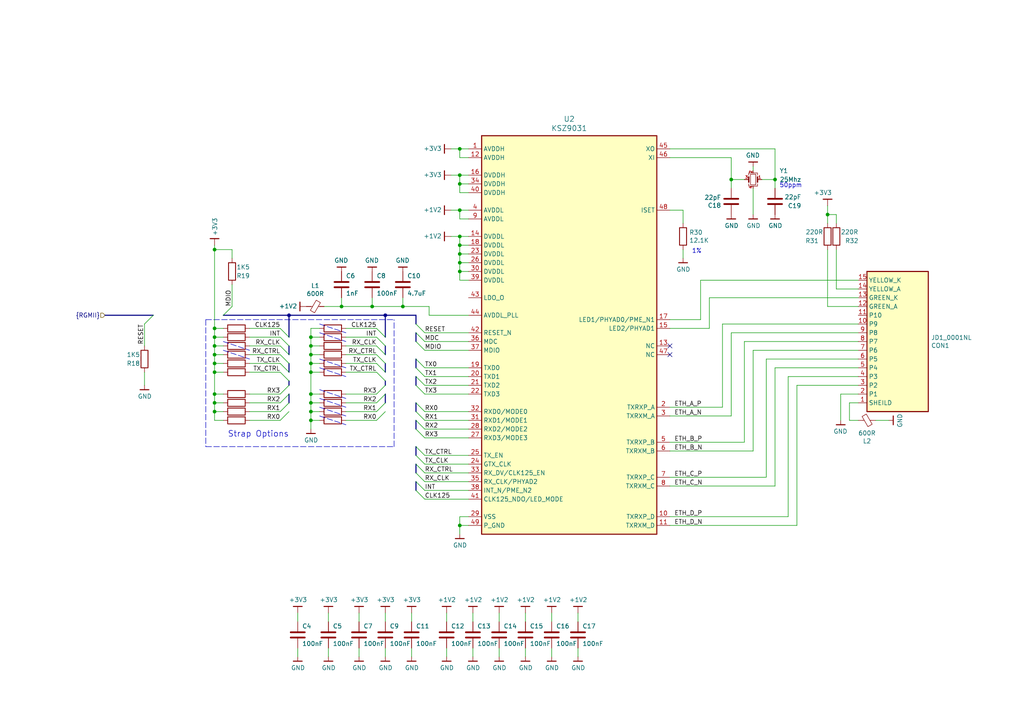
<source format=kicad_sch>
(kicad_sch (version 20200618) (host eeschema "5.99.0-unknown-73168a9~101~ubuntu18.04.1")
  (page 3 18)
  (paper "A4")
  (title_block (title "ButterStick") (date "2019-06-14") (rev "r0.2") (company "GsD"))
  (lib_symbols
    (symbol "Device:C" (pin_numbers hide) (pin_names (offset 0.254))
      (property "Reference" "C" (at 0.635 2.54 0))
      (property "Value" "C" (at 0.635 -2.54 0))
      (symbol "C_0_1"
        (polyline (pts (xy -2.032 -0.762) (xy 2.032 -0.762)) (stroke (width 0.508)))
        (polyline (pts (xy -2.032 0.762) (xy 2.032 0.762)) (stroke (width 0.508)))
      )
      (symbol "C_1_1"
        (pin passive line (at 0 3.81 270) (length 2.794) (name "~") (number "1"))
        (pin passive line (at 0 -3.81 90) (length 2.794) (name "~") (number "2"))
      )
    )
    (symbol "Device:Crystal_GND24_Small" (pin_names hide)
      (property "Reference" "Y" (at 1.27 4.445 0))
      (property "Value" "Crystal_GND24_Small" (at 1.27 2.54 0))
      (symbol "Crystal_GND24_Small_0_1"
        (rectangle (start -0.762 -1.524) (end 0.762 1.524))
        (polyline (pts (xy -1.27 -0.762) (xy -1.27 0.762)) (stroke (width 0.381)))
        (polyline (pts (xy 1.27 -0.762) (xy 1.27 0.762)) (stroke (width 0.381)))
        (polyline (pts (xy -1.27 -1.27) (xy -1.27 -1.905) (xy 1.27 -1.905) (xy 1.27 -1.27)))
        (polyline (pts (xy -1.27 1.27) (xy -1.27 1.905) (xy 1.27 1.905) (xy 1.27 1.27)))
      )
      (symbol "Crystal_GND24_Small_1_1"
        (pin passive line (at -2.54 0 0) (length 1.27) (name "1") (number "1"))
        (pin passive line (at 0 -2.54 90) (length 0.635) (name "2") (number "2"))
        (pin passive line (at 2.54 0 180) (length 1.27) (name "3") (number "3"))
        (pin passive line (at 0 2.54 270) (length 0.635) (name "4") (number "4"))
      )
    )
    (symbol "Device:Ferrite_Bead_Small" (pin_numbers hide) (pin_names (offset 0))
      (property "Reference" "FB" (at 1.905 1.27 0))
      (property "Value" "Ferrite_Bead_Small" (at 1.905 -1.27 0))
      (symbol "Ferrite_Bead_Small_0_1"
        (polyline (pts (xy 0 -1.27) (xy 0 -0.7874)))
        (polyline (pts (xy 0 0.889) (xy 0 1.2954)))
        (polyline (pts (xy -1.8288 0.2794) (xy -1.1176 1.4986) (xy 1.8288 -0.2032) (xy 1.1176 -1.4224) (xy -1.8288 0.2794)))
      )
      (symbol "Ferrite_Bead_Small_1_1"
        (pin passive line (at 0 2.54 270) (length 1.27) (name "~") (number "1"))
        (pin passive line (at 0 -2.54 90) (length 1.27) (name "~") (number "2"))
      )
    )
    (symbol "Device:R" (pin_numbers hide) (pin_names (offset 0))
      (property "Reference" "R" (at 2.032 0 90))
      (property "Value" "R" (at 0 0 90))
      (symbol "R_0_1"
        (rectangle (start -1.016 -2.54) (end 1.016 2.54) (stroke (width 0.254)))
      )
      (symbol "R_1_1"
        (pin passive line (at 0 3.81 270) (length 1.27) (name "~") (number "1"))
        (pin passive line (at 0 -3.81 90) (length 1.27) (name "~") (number "2"))
      )
    )
    (symbol "gkl_microchip:KSZ9031"
      (property "Reference" "U" (at 0 54.61 0))
      (property "Value" "KSZ9031" (at 0 50.8 0))
      (symbol "KSZ9031_0_1"
        (rectangle (start -25.4 48.26) (end 25.4 -67.31) (stroke (width 0.3302)) (fill (type background)))
      )
      (symbol "KSZ9031_1_1"
        (pin input line (at -29.21 44.45 0) (length 3.81) (name "AVDDH") (number "1"))
        (pin input line (at 29.21 -62.23 180) (length 3.81) (name "TXRXP_D") (number "10"))
        (pin input line (at 29.21 -64.77 180) (length 3.81) (name "TXRXM_D") (number "11"))
        (pin input line (at -29.21 41.91 0) (length 3.81) (name "AVDDH") (number "12"))
        (pin input line (at 29.21 -12.7 180) (length 3.81) (name "NC") (number "13"))
        (pin input line (at -29.21 19.05 0) (length 3.81) (name "DVDDL") (number "14"))
        (pin input line (at 29.21 -7.62 180) (length 3.81) (name "LED2/PHYAD1") (number "15"))
        (pin input line (at -29.21 36.83 0) (length 3.81) (name "DVDDH") (number "16"))
        (pin input line (at 29.21 -5.08 180) (length 3.81) (name "LED1/PHYAD0/PME_N1") (number "17"))
        (pin input line (at -29.21 16.51 0) (length 3.81) (name "DVDDL") (number "18"))
        (pin input line (at -29.21 -19.05 0) (length 3.81) (name "TXD0") (number "19"))
        (pin input line (at 29.21 -30.48 180) (length 3.81) (name "TXRXP_A") (number "2"))
        (pin input line (at -29.21 -21.59 0) (length 3.81) (name "TXD1") (number "20"))
        (pin input line (at -29.21 -24.13 0) (length 3.81) (name "TXD2") (number "21"))
        (pin input line (at -29.21 -26.67 0) (length 3.81) (name "TXD3") (number "22"))
        (pin input line (at -29.21 13.97 0) (length 3.81) (name "DVDDL") (number "23"))
        (pin input line (at -29.21 -46.99 0) (length 3.81) (name "GTX_CLK") (number "24"))
        (pin input line (at -29.21 -44.45 0) (length 3.81) (name "TX_EN") (number "25"))
        (pin input line (at -29.21 11.43 0) (length 3.81) (name "DVDDL") (number "26"))
        (pin input line (at -29.21 -39.37 0) (length 3.81) (name "RXD3/MODE3") (number "27"))
        (pin input line (at -29.21 -36.83 0) (length 3.81) (name "RXD2/MODE2") (number "28"))
        (pin input line (at -29.21 -62.23 0) (length 3.81) (name "VSS") (number "29"))
        (pin input line (at 29.21 -33.02 180) (length 3.81) (name "TXRXM_A") (number "3"))
        (pin input line (at -29.21 8.89 0) (length 3.81) (name "DVDDL") (number "30"))
        (pin input line (at -29.21 -34.29 0) (length 3.81) (name "RXD1/MODE1") (number "31"))
        (pin input line (at -29.21 -31.75 0) (length 3.81) (name "RXD0/MODE0") (number "32"))
        (pin input line (at -29.21 -49.53 0) (length 3.81) (name "RX_DV/CLK125_EN") (number "33"))
        (pin input line (at -29.21 34.29 0) (length 3.81) (name "DVDDH") (number "34"))
        (pin input line (at -29.21 -52.07 0) (length 3.81) (name "RX_CLK/PHYAD2") (number "35"))
        (pin input line (at -29.21 -11.43 0) (length 3.81) (name "MDC") (number "36"))
        (pin input line (at -29.21 -13.97 0) (length 3.81) (name "MDIO") (number "37"))
        (pin input line (at -29.21 -54.61 0) (length 3.81) (name "INT_N/PME_N2") (number "38"))
        (pin input line (at -29.21 6.35 0) (length 3.81) (name "DVDDL") (number "39"))
        (pin input line (at -29.21 26.67 0) (length 3.81) (name "AVDDL~") (number "4"))
        (pin input line (at -29.21 31.75 0) (length 3.81) (name "DVDDH") (number "40"))
        (pin input line (at -29.21 -57.15 0) (length 3.81) (name "CLK125_NDO/LED_MODE") (number "41"))
        (pin input line (at -29.21 -8.89 0) (length 3.81) (name "RESET_N") (number "42"))
        (pin input line (at -29.21 1.27 0) (length 3.81) (name "LDO_O") (number "43"))
        (pin input line (at -29.21 -3.81 0) (length 3.81) (name "AVDDL_PLL") (number "44"))
        (pin input line (at 29.21 44.45 180) (length 3.81) (name "XO") (number "45"))
        (pin input line (at 29.21 41.91 180) (length 3.81) (name "XI") (number "46"))
        (pin input line (at 29.21 -15.24 180) (length 3.81) (name "NC") (number "47"))
        (pin input line (at 29.21 26.67 180) (length 3.81) (name "ISET") (number "48"))
        (pin input line (at -29.21 -64.77 0) (length 3.81) (name "P_GND") (number "49"))
        (pin input line (at 29.21 -40.64 180) (length 3.81) (name "TXRXP_B") (number "5"))
        (pin input line (at 29.21 -43.18 180) (length 3.81) (name "TXRXM_B") (number "6"))
        (pin input line (at 29.21 -50.8 180) (length 3.81) (name "TXRXP_C") (number "7"))
        (pin input line (at 29.21 -53.34 180) (length 3.81) (name "TXRXM_C") (number "8"))
        (pin input line (at -29.21 24.13 0) (length 3.81) (name "AVDDL~") (number "9"))
      )
    )
    (symbol "gkl_misc:JD1_0001NL"
      (property "Reference" "U" (at 0 20.32 0))
      (property "Value" "JD1_0001NL" (at 0 20.32 0))
      (symbol "JD1_0001NL_0_1"
        (rectangle (start -7.62 19.05) (end 10.16 -21.59) (stroke (width 0.3302)) (fill (type background)))
      )
      (symbol "JD1_0001NL_1_1"
        (pin input line (at -10.16 16.51 0) (length 2.54) (name "SHEILD") (number "1"))
        (pin input line (at -10.16 -6.35 0) (length 2.54) (name "P9") (number "10"))
        (pin input line (at -10.16 -8.89 0) (length 2.54) (name "P10") (number "11"))
        (pin input line (at -10.16 -11.43 0) (length 2.54) (name "GREEN_A") (number "12"))
        (pin input line (at -10.16 -13.97 0) (length 2.54) (name "GREEN_K") (number "13"))
        (pin input line (at -10.16 -16.51 0) (length 2.54) (name "YELLOW_A") (number "14"))
        (pin input line (at -10.16 -19.05 0) (length 2.54) (name "YELLOW_K") (number "15"))
        (pin input line (at -10.16 13.97 0) (length 2.54) (name "P1") (number "2"))
        (pin input line (at -10.16 11.43 0) (length 2.54) (name "P2") (number "3"))
        (pin input line (at -10.16 8.89 0) (length 2.54) (name "P3") (number "4"))
        (pin input line (at -10.16 6.35 0) (length 2.54) (name "P4") (number "5"))
        (pin input line (at -10.16 3.81 0) (length 2.54) (name "P5") (number "6"))
        (pin input line (at -10.16 1.27 0) (length 2.54) (name "P6") (number "7"))
        (pin input line (at -10.16 -1.27 0) (length 2.54) (name "P7") (number "8"))
        (pin input line (at -10.16 -3.81 0) (length 2.54) (name "P8") (number "9"))
      )
    )
    (symbol "gkl_power:+1V2" (power) (pin_names (offset 0))
      (property "Value" "+1V2" (at 0 3.556 0))
      (symbol "+1V2_0_1"
        (polyline (pts (xy -1.27 1.905) (xy 1.27 1.905)) (stroke (width 0.3048)))
        (polyline (pts (xy 0 0) (xy 0 1.905)))
      )
      (symbol "+1V2_1_1"
        (pin power_in line (at 0 0 90) (length 0) hide (name "+1V2") (number "1"))
      )
    )
    (symbol "gkl_power:+3V3" (power) (pin_names (offset 0))
      (property "Value" "+3V3" (at 0 3.556 0))
      (symbol "+3V3_0_1"
        (polyline (pts (xy -1.27 1.905) (xy 1.27 1.905)) (stroke (width 0.3048)))
        (polyline (pts (xy 0 0) (xy 0 1.905)))
      )
      (symbol "+3V3_1_1"
        (pin power_in line (at 0 0 90) (length 0) hide (name "+3V3") (number "1"))
      )
    )
    (symbol "gkl_power:GND" (power) (pin_names (offset 0))
      (property "Value" "GND" (at 0 -2.54 0))
      (symbol "GND_0_1"
        (polyline (pts (xy 0 -1.27) (xy 0 0)))
        (polyline (pts (xy 1.27 -1.27) (xy -1.27 -1.27)) (stroke (width 0.3048)))
      )
      (symbol "GND_1_1"
        (pin power_in line (at 0 0 270) (length 0) hide (name "GND") (number "1"))
      )
    )
  )
  (junction (at 62.23 72.39))
  (junction (at 62.23 95.25))
  (junction (at 62.23 97.79))
  (junction (at 62.23 100.33))
  (junction (at 62.23 102.87))
  (junction (at 62.23 105.41))
  (junction (at 62.23 107.95))
  (junction (at 62.23 114.3))
  (junction (at 62.23 116.84))
  (junction (at 62.23 119.38))
  (junction (at 90.17 97.79))
  (junction (at 90.17 100.33))
  (junction (at 90.17 102.87))
  (junction (at 90.17 105.41))
  (junction (at 90.17 107.95))
  (junction (at 90.17 114.3))
  (junction (at 90.17 116.84))
  (junction (at 90.17 119.38))
  (junction (at 90.17 121.92))
  (junction (at 99.06 88.9))
  (junction (at 107.95 88.9))
  (junction (at 116.84 88.9))
  (junction (at 133.35 43.18))
  (junction (at 133.35 50.8))
  (junction (at 133.35 53.34))
  (junction (at 133.35 60.96))
  (junction (at 133.35 68.58))
  (junction (at 133.35 71.12))
  (junction (at 133.35 73.66))
  (junction (at 133.35 76.2))
  (junction (at 133.35 78.74))
  (junction (at 133.35 152.4))
  (junction (at 212.09 52.07))
  (junction (at 224.79 52.07))
  (junction (at 240.03 62.23))
  (junction (at 83.82 91.44))
  (junction (at 111.76 91.44))
  (no_connect (at 194.31 100.33))
  (no_connect (at 194.31 102.87))
  (bus_entry (at 41.91 93.98) (size 2.54 -2.54) (stroke (width 0.1524)))
  (bus_entry (at 67.31 88.9) (size -2.54 2.54) (stroke (width 0.1524)))
  (bus_entry (at 81.28 95.25) (size 2.54 2.54) (stroke (width 0.1524)))
  (bus_entry (at 81.28 97.79) (size 2.54 2.54) (stroke (width 0.1524)))
  (bus_entry (at 81.28 100.33) (size 2.54 2.54) (stroke (width 0.1524)))
  (bus_entry (at 81.28 102.87) (size 2.54 2.54) (stroke (width 0.1524)))
  (bus_entry (at 81.28 105.41) (size 2.54 2.54) (stroke (width 0.1524)))
  (bus_entry (at 81.28 107.95) (size 2.54 2.54) (stroke (width 0.1524)))
  (bus_entry (at 83.82 111.76) (size -2.54 2.54) (stroke (width 0.1524)))
  (bus_entry (at 83.82 114.3) (size -2.54 2.54) (stroke (width 0.1524)))
  (bus_entry (at 83.82 116.84) (size -2.54 2.54) (stroke (width 0.1524)))
  (bus_entry (at 83.82 119.38) (size -2.54 2.54) (stroke (width 0.1524)))
  (bus_entry (at 109.22 95.25) (size 2.54 2.54) (stroke (width 0.1524)))
  (bus_entry (at 109.22 97.79) (size 2.54 2.54) (stroke (width 0.1524)))
  (bus_entry (at 109.22 100.33) (size 2.54 2.54) (stroke (width 0.1524)))
  (bus_entry (at 109.22 102.87) (size 2.54 2.54) (stroke (width 0.1524)))
  (bus_entry (at 109.22 105.41) (size 2.54 2.54) (stroke (width 0.1524)))
  (bus_entry (at 109.22 107.95) (size 2.54 2.54) (stroke (width 0.1524)))
  (bus_entry (at 111.76 111.76) (size -2.54 2.54) (stroke (width 0.1524)))
  (bus_entry (at 111.76 114.3) (size -2.54 2.54) (stroke (width 0.1524)))
  (bus_entry (at 111.76 116.84) (size -2.54 2.54) (stroke (width 0.1524)))
  (bus_entry (at 111.76 119.38) (size -2.54 2.54) (stroke (width 0.1524)))
  (bus_entry (at 123.19 96.52) (size -2.54 -2.54) (stroke (width 0.1524)))
  (bus_entry (at 123.19 99.06) (size -2.54 -2.54) (stroke (width 0.1524)))
  (bus_entry (at 123.19 101.6) (size -2.54 -2.54) (stroke (width 0.1524)))
  (bus_entry (at 123.19 106.68) (size -2.54 -2.54) (stroke (width 0.1524)))
  (bus_entry (at 123.19 109.22) (size -2.54 -2.54) (stroke (width 0.1524)))
  (bus_entry (at 123.19 111.76) (size -2.54 -2.54) (stroke (width 0.1524)))
  (bus_entry (at 123.19 114.3) (size -2.54 -2.54) (stroke (width 0.1524)))
  (bus_entry (at 123.19 119.38) (size -2.54 -2.54) (stroke (width 0.1524)))
  (bus_entry (at 123.19 121.92) (size -2.54 -2.54) (stroke (width 0.1524)))
  (bus_entry (at 123.19 124.46) (size -2.54 -2.54) (stroke (width 0.1524)))
  (bus_entry (at 123.19 127) (size -2.54 -2.54) (stroke (width 0.1524)))
  (bus_entry (at 123.19 132.08) (size -2.54 -2.54) (stroke (width 0.1524)))
  (bus_entry (at 123.19 134.62) (size -2.54 -2.54) (stroke (width 0.1524)))
  (bus_entry (at 123.19 137.16) (size -2.54 -2.54) (stroke (width 0.1524)))
  (bus_entry (at 123.19 139.7) (size -2.54 -2.54) (stroke (width 0.1524)))
  (bus_entry (at 123.19 142.24) (size -2.54 -2.54) (stroke (width 0.1524)))
  (bus_entry (at 123.19 144.78) (size -2.54 -2.54) (stroke (width 0.1524)))
  (wire (pts (xy 41.91 93.98) (xy 41.91 100.33)))
  (wire (pts (xy 41.91 107.95) (xy 41.91 111.76)))
  (wire (pts (xy 62.23 71.12) (xy 62.23 72.39)))
  (wire (pts (xy 62.23 72.39) (xy 62.23 95.25)))
  (wire (pts (xy 62.23 72.39) (xy 67.31 72.39)))
  (wire (pts (xy 62.23 95.25) (xy 62.23 97.79)))
  (wire (pts (xy 62.23 95.25) (xy 64.77 95.25)))
  (wire (pts (xy 62.23 97.79) (xy 62.23 100.33)))
  (wire (pts (xy 62.23 97.79) (xy 64.77 97.79)))
  (wire (pts (xy 62.23 100.33) (xy 62.23 102.87)))
  (wire (pts (xy 62.23 100.33) (xy 64.77 100.33)))
  (wire (pts (xy 62.23 102.87) (xy 62.23 105.41)))
  (wire (pts (xy 62.23 102.87) (xy 64.77 102.87)))
  (wire (pts (xy 62.23 105.41) (xy 62.23 107.95)))
  (wire (pts (xy 62.23 105.41) (xy 64.77 105.41)))
  (wire (pts (xy 62.23 107.95) (xy 62.23 114.3)))
  (wire (pts (xy 62.23 107.95) (xy 64.77 107.95)))
  (wire (pts (xy 62.23 114.3) (xy 62.23 116.84)))
  (wire (pts (xy 62.23 114.3) (xy 64.77 114.3)))
  (wire (pts (xy 62.23 116.84) (xy 62.23 119.38)))
  (wire (pts (xy 62.23 116.84) (xy 64.77 116.84)))
  (wire (pts (xy 62.23 119.38) (xy 62.23 121.92)))
  (wire (pts (xy 62.23 119.38) (xy 64.77 119.38)))
  (wire (pts (xy 64.77 121.92) (xy 62.23 121.92)))
  (wire (pts (xy 67.31 72.39) (xy 67.31 74.93)))
  (wire (pts (xy 67.31 88.9) (xy 67.31 82.55)))
  (wire (pts (xy 81.28 95.25) (xy 72.39 95.25)))
  (wire (pts (xy 81.28 97.79) (xy 72.39 97.79)))
  (wire (pts (xy 81.28 100.33) (xy 72.39 100.33)))
  (wire (pts (xy 81.28 102.87) (xy 72.39 102.87)))
  (wire (pts (xy 81.28 105.41) (xy 72.39 105.41)))
  (wire (pts (xy 81.28 107.95) (xy 72.39 107.95)))
  (wire (pts (xy 81.28 114.3) (xy 72.39 114.3)))
  (wire (pts (xy 81.28 116.84) (xy 72.39 116.84)))
  (wire (pts (xy 81.28 119.38) (xy 72.39 119.38)))
  (wire (pts (xy 81.28 121.92) (xy 72.39 121.92)))
  (wire (pts (xy 86.36 177.8) (xy 86.36 180.34)))
  (wire (pts (xy 86.36 190.5) (xy 86.36 187.96)))
  (wire (pts (xy 90.17 95.25) (xy 90.17 97.79)))
  (wire (pts (xy 90.17 95.25) (xy 92.71 95.25)))
  (wire (pts (xy 90.17 97.79) (xy 90.17 100.33)))
  (wire (pts (xy 90.17 97.79) (xy 92.71 97.79)))
  (wire (pts (xy 90.17 100.33) (xy 90.17 102.87)))
  (wire (pts (xy 90.17 100.33) (xy 92.71 100.33)))
  (wire (pts (xy 90.17 102.87) (xy 90.17 105.41)))
  (wire (pts (xy 90.17 102.87) (xy 92.71 102.87)))
  (wire (pts (xy 90.17 105.41) (xy 90.17 107.95)))
  (wire (pts (xy 90.17 105.41) (xy 92.71 105.41)))
  (wire (pts (xy 90.17 107.95) (xy 90.17 114.3)))
  (wire (pts (xy 90.17 107.95) (xy 92.71 107.95)))
  (wire (pts (xy 90.17 114.3) (xy 90.17 116.84)))
  (wire (pts (xy 90.17 114.3) (xy 92.71 114.3)))
  (wire (pts (xy 90.17 116.84) (xy 90.17 119.38)))
  (wire (pts (xy 90.17 116.84) (xy 92.71 116.84)))
  (wire (pts (xy 90.17 119.38) (xy 90.17 121.92)))
  (wire (pts (xy 90.17 119.38) (xy 92.71 119.38)))
  (wire (pts (xy 90.17 121.92) (xy 90.17 124.46)))
  (wire (pts (xy 92.71 121.92) (xy 90.17 121.92)))
  (wire (pts (xy 93.98 88.9) (xy 99.06 88.9)))
  (wire (pts (xy 95.25 177.8) (xy 95.25 180.34)))
  (wire (pts (xy 95.25 190.5) (xy 95.25 187.96)))
  (wire (pts (xy 99.06 86.36) (xy 99.06 88.9)))
  (wire (pts (xy 99.06 88.9) (xy 107.95 88.9)))
  (wire (pts (xy 104.14 177.8) (xy 104.14 180.34)))
  (wire (pts (xy 104.14 190.5) (xy 104.14 187.96)))
  (wire (pts (xy 107.95 86.36) (xy 107.95 88.9)))
  (wire (pts (xy 107.95 88.9) (xy 116.84 88.9)))
  (wire (pts (xy 109.22 95.25) (xy 100.33 95.25)))
  (wire (pts (xy 109.22 97.79) (xy 100.33 97.79)))
  (wire (pts (xy 109.22 100.33) (xy 100.33 100.33)))
  (wire (pts (xy 109.22 102.87) (xy 100.33 102.87)))
  (wire (pts (xy 109.22 105.41) (xy 100.33 105.41)))
  (wire (pts (xy 109.22 107.95) (xy 100.33 107.95)))
  (wire (pts (xy 109.22 114.3) (xy 100.33 114.3)))
  (wire (pts (xy 109.22 116.84) (xy 100.33 116.84)))
  (wire (pts (xy 109.22 119.38) (xy 100.33 119.38)))
  (wire (pts (xy 109.22 121.92) (xy 100.33 121.92)))
  (wire (pts (xy 111.76 177.8) (xy 111.76 180.34)))
  (wire (pts (xy 111.76 190.5) (xy 111.76 187.96)))
  (wire (pts (xy 116.84 88.9) (xy 116.84 86.36)))
  (wire (pts (xy 116.84 88.9) (xy 124.46 88.9)))
  (wire (pts (xy 119.38 177.8) (xy 119.38 180.34)))
  (wire (pts (xy 119.38 190.5) (xy 119.38 187.96)))
  (wire (pts (xy 123.19 96.52) (xy 135.89 96.52)))
  (wire (pts (xy 123.19 99.06) (xy 135.89 99.06)))
  (wire (pts (xy 123.19 101.6) (xy 135.89 101.6)))
  (wire (pts (xy 123.19 106.68) (xy 135.89 106.68)))
  (wire (pts (xy 123.19 109.22) (xy 135.89 109.22)))
  (wire (pts (xy 123.19 111.76) (xy 135.89 111.76)))
  (wire (pts (xy 123.19 114.3) (xy 135.89 114.3)))
  (wire (pts (xy 123.19 119.38) (xy 135.89 119.38)))
  (wire (pts (xy 123.19 121.92) (xy 135.89 121.92)))
  (wire (pts (xy 123.19 124.46) (xy 135.89 124.46)))
  (wire (pts (xy 123.19 127) (xy 135.89 127)))
  (wire (pts (xy 123.19 132.08) (xy 135.89 132.08)))
  (wire (pts (xy 123.19 134.62) (xy 135.89 134.62)))
  (wire (pts (xy 123.19 137.16) (xy 135.89 137.16)))
  (wire (pts (xy 123.19 139.7) (xy 135.89 139.7)))
  (wire (pts (xy 123.19 142.24) (xy 135.89 142.24)))
  (wire (pts (xy 123.19 144.78) (xy 135.89 144.78)))
  (wire (pts (xy 124.46 88.9) (xy 124.46 91.44)))
  (wire (pts (xy 124.46 91.44) (xy 135.89 91.44)))
  (wire (pts (xy 129.54 177.8) (xy 129.54 180.34)))
  (wire (pts (xy 129.54 190.5) (xy 129.54 187.96)))
  (wire (pts (xy 133.35 43.18) (xy 130.81 43.18)))
  (wire (pts (xy 133.35 45.72) (xy 133.35 43.18)))
  (wire (pts (xy 133.35 50.8) (xy 130.81 50.8)))
  (wire (pts (xy 133.35 53.34) (xy 133.35 50.8)))
  (wire (pts (xy 133.35 55.88) (xy 133.35 53.34)))
  (wire (pts (xy 133.35 60.96) (xy 130.81 60.96)))
  (wire (pts (xy 133.35 63.5) (xy 133.35 60.96)))
  (wire (pts (xy 133.35 68.58) (xy 130.81 68.58)))
  (wire (pts (xy 133.35 71.12) (xy 133.35 68.58)))
  (wire (pts (xy 133.35 73.66) (xy 133.35 71.12)))
  (wire (pts (xy 133.35 76.2) (xy 133.35 73.66)))
  (wire (pts (xy 133.35 78.74) (xy 133.35 76.2)))
  (wire (pts (xy 133.35 81.28) (xy 133.35 78.74)))
  (wire (pts (xy 133.35 149.86) (xy 135.89 149.86)))
  (wire (pts (xy 133.35 152.4) (xy 133.35 149.86)))
  (wire (pts (xy 133.35 154.94) (xy 133.35 152.4)))
  (wire (pts (xy 135.89 43.18) (xy 133.35 43.18)))
  (wire (pts (xy 135.89 45.72) (xy 133.35 45.72)))
  (wire (pts (xy 135.89 50.8) (xy 133.35 50.8)))
  (wire (pts (xy 135.89 53.34) (xy 133.35 53.34)))
  (wire (pts (xy 135.89 55.88) (xy 133.35 55.88)))
  (wire (pts (xy 135.89 60.96) (xy 133.35 60.96)))
  (wire (pts (xy 135.89 63.5) (xy 133.35 63.5)))
  (wire (pts (xy 135.89 68.58) (xy 133.35 68.58)))
  (wire (pts (xy 135.89 71.12) (xy 133.35 71.12)))
  (wire (pts (xy 135.89 73.66) (xy 133.35 73.66)))
  (wire (pts (xy 135.89 76.2) (xy 133.35 76.2)))
  (wire (pts (xy 135.89 78.74) (xy 133.35 78.74)))
  (wire (pts (xy 135.89 81.28) (xy 133.35 81.28)))
  (wire (pts (xy 135.89 152.4) (xy 133.35 152.4)))
  (wire (pts (xy 137.16 177.8) (xy 137.16 180.34)))
  (wire (pts (xy 137.16 190.5) (xy 137.16 187.96)))
  (wire (pts (xy 144.78 177.8) (xy 144.78 180.34)))
  (wire (pts (xy 144.78 190.5) (xy 144.78 187.96)))
  (wire (pts (xy 152.4 177.8) (xy 152.4 180.34)))
  (wire (pts (xy 152.4 190.5) (xy 152.4 187.96)))
  (wire (pts (xy 160.02 177.8) (xy 160.02 180.34)))
  (wire (pts (xy 160.02 190.5) (xy 160.02 187.96)))
  (wire (pts (xy 167.64 177.8) (xy 167.64 180.34)))
  (wire (pts (xy 167.64 190.5) (xy 167.64 187.96)))
  (wire (pts (xy 194.31 43.18) (xy 224.79 43.18)))
  (wire (pts (xy 194.31 45.72) (xy 212.09 45.72)))
  (wire (pts (xy 194.31 60.96) (xy 198.12 60.96)))
  (wire (pts (xy 194.31 92.71) (xy 203.2 92.71)))
  (wire (pts (xy 194.31 118.11) (xy 209.55 118.11)))
  (wire (pts (xy 194.31 120.65) (xy 212.09 120.65)))
  (wire (pts (xy 194.31 128.27) (xy 215.9 128.27)))
  (wire (pts (xy 194.31 130.81) (xy 218.44 130.81)))
  (wire (pts (xy 194.31 138.43) (xy 222.25 138.43)))
  (wire (pts (xy 194.31 140.97) (xy 224.79 140.97)))
  (wire (pts (xy 194.31 149.86) (xy 228.6 149.86)))
  (wire (pts (xy 194.31 152.4) (xy 231.14 152.4)))
  (wire (pts (xy 198.12 60.96) (xy 198.12 64.77)))
  (wire (pts (xy 198.12 72.39) (xy 198.12 74.93)))
  (wire (pts (xy 203.2 81.28) (xy 248.92 81.28)))
  (wire (pts (xy 203.2 92.71) (xy 203.2 81.28)))
  (wire (pts (xy 205.74 86.36) (xy 205.74 95.25)))
  (wire (pts (xy 205.74 95.25) (xy 194.31 95.25)))
  (wire (pts (xy 209.55 93.98) (xy 248.92 93.98)))
  (wire (pts (xy 209.55 118.11) (xy 209.55 93.98)))
  (wire (pts (xy 212.09 45.72) (xy 212.09 52.07)))
  (wire (pts (xy 212.09 52.07) (xy 212.09 54.61)))
  (wire (pts (xy 212.09 96.52) (xy 212.09 120.65)))
  (wire (pts (xy 215.9 52.07) (xy 212.09 52.07)))
  (wire (pts (xy 215.9 99.06) (xy 248.92 99.06)))
  (wire (pts (xy 215.9 128.27) (xy 215.9 99.06)))
  (wire (pts (xy 218.44 49.53) (xy 218.44 48.26)))
  (wire (pts (xy 218.44 62.23) (xy 218.44 54.61)))
  (wire (pts (xy 218.44 101.6) (xy 218.44 130.81)))
  (wire (pts (xy 220.98 52.07) (xy 224.79 52.07)))
  (wire (pts (xy 222.25 104.14) (xy 248.92 104.14)))
  (wire (pts (xy 222.25 138.43) (xy 222.25 104.14)))
  (wire (pts (xy 224.79 43.18) (xy 224.79 52.07)))
  (wire (pts (xy 224.79 54.61) (xy 224.79 52.07)))
  (wire (pts (xy 224.79 106.68) (xy 224.79 140.97)))
  (wire (pts (xy 228.6 109.22) (xy 228.6 149.86)))
  (wire (pts (xy 228.6 109.22) (xy 248.92 109.22)))
  (wire (pts (xy 231.14 111.76) (xy 248.92 111.76)))
  (wire (pts (xy 231.14 152.4) (xy 231.14 111.76)))
  (wire (pts (xy 240.03 62.23) (xy 240.03 59.69)))
  (wire (pts (xy 240.03 62.23) (xy 240.03 64.77)))
  (wire (pts (xy 240.03 88.9) (xy 240.03 72.39)))
  (wire (pts (xy 242.57 62.23) (xy 240.03 62.23)))
  (wire (pts (xy 242.57 64.77) (xy 242.57 62.23)))
  (wire (pts (xy 242.57 83.82) (xy 242.57 72.39)))
  (wire (pts (xy 243.84 114.3) (xy 243.84 121.92)))
  (wire (pts (xy 246.38 116.84) (xy 246.38 121.92)))
  (wire (pts (xy 246.38 116.84) (xy 248.92 116.84)))
  (wire (pts (xy 246.38 121.92) (xy 248.92 121.92)))
  (wire (pts (xy 248.92 83.82) (xy 242.57 83.82)))
  (wire (pts (xy 248.92 86.36) (xy 205.74 86.36)))
  (wire (pts (xy 248.92 88.9) (xy 240.03 88.9)))
  (wire (pts (xy 248.92 96.52) (xy 212.09 96.52)))
  (wire (pts (xy 248.92 101.6) (xy 218.44 101.6)))
  (wire (pts (xy 248.92 106.68) (xy 224.79 106.68)))
  (wire (pts (xy 248.92 114.3) (xy 243.84 114.3)))
  (wire (pts (xy 254 121.92) (xy 257.81 121.92)))
  (bus (pts (xy 30.48 91.44) (xy 64.77 91.44)))
  (bus (pts (xy 64.77 91.44) (xy 83.82 91.44)))
  (bus (pts (xy 83.82 91.44) (xy 83.82 100.33)))
  (bus (pts (xy 83.82 91.44) (xy 111.76 91.44)))
  (bus (pts (xy 83.82 100.33) (xy 83.82 105.41)))
  (bus (pts (xy 83.82 105.41) (xy 83.82 110.49)))
  (bus (pts (xy 83.82 110.49) (xy 83.82 114.3)))
  (bus (pts (xy 83.82 114.3) (xy 83.82 119.38)))
  (bus (pts (xy 111.76 91.44) (xy 111.76 100.33)))
  (bus (pts (xy 111.76 91.44) (xy 120.65 91.44)))
  (bus (pts (xy 111.76 100.33) (xy 111.76 105.41)))
  (bus (pts (xy 111.76 105.41) (xy 111.76 110.49)))
  (bus (pts (xy 111.76 110.49) (xy 111.76 114.3)))
  (bus (pts (xy 111.76 114.3) (xy 111.76 119.38)))
  (bus (pts (xy 120.65 91.44) (xy 120.65 96.52)))
  (bus (pts (xy 120.65 96.52) (xy 120.65 104.14)))
  (bus (pts (xy 120.65 104.14) (xy 120.65 109.22)))
  (bus (pts (xy 120.65 109.22) (xy 120.65 116.84)))
  (bus (pts (xy 120.65 116.84) (xy 120.65 121.92)))
  (bus (pts (xy 120.65 121.92) (xy 120.65 129.54)))
  (bus (pts (xy 120.65 129.54) (xy 120.65 134.62)))
  (bus (pts (xy 120.65 134.62) (xy 120.65 139.7)))
  (bus (pts (xy 120.65 139.7) (xy 120.65 142.24)))
  (polyline (pts (xy 59.69 92.71) (xy 59.69 129.54)) (stroke (width 0) (type dash)))
  (polyline (pts (xy 59.69 92.71) (xy 114.3 92.71)) (stroke (width 0) (type dash)))
  (polyline (pts (xy 59.69 129.54) (xy 114.3 129.54)) (stroke (width 0) (type dash)))
  (polyline (pts (xy 64.77 99.06) (xy 72.39 101.6)) (stroke (width 0) (type dash)))
  (polyline (pts (xy 64.77 101.6) (xy 72.39 104.14)) (stroke (width 0) (type dash)))
  (polyline (pts (xy 92.71 93.98) (xy 100.33 96.52)) (stroke (width 0) (type dash)))
  (polyline (pts (xy 92.71 96.52) (xy 100.33 99.06)) (stroke (width 0) (type dash)))
  (polyline (pts (xy 92.71 104.14) (xy 100.33 106.68)) (stroke (width 0) (type dash)))
  (polyline (pts (xy 92.71 106.68) (xy 100.33 109.22)) (stroke (width 0) (type dash)))
  (polyline (pts (xy 92.71 113.03) (xy 100.33 115.57)) (stroke (width 0) (type dash)))
  (polyline (pts (xy 92.71 115.57) (xy 100.33 118.11)) (stroke (width 0) (type dash)))
  (polyline (pts (xy 92.71 118.11) (xy 100.33 120.65)) (stroke (width 0) (type dash)))
  (polyline (pts (xy 92.71 120.65) (xy 100.33 123.19)) (stroke (width 0) (type dash)))
  (polyline (pts (xy 114.3 129.54) (xy 114.3 92.71)) (stroke (width 0) (type dash)))
  (text "Strap Options" (at 83.82 127 180) (effects (font (size 1.7018 1.7018)) (justify right bottom)))
  (text "1%" (at 200.66 73.66 0) (effects (font (size 1.27 1.27)) (justify left bottom)))
  (text "50ppm\n" (at 226.06 54.61 0) (effects (font (size 1.27 1.27)) (justify left bottom)))
  (label "RESET" (at 41.91 93.98 270))
  (label "MDIO" (at 67.31 88.9 90))
  (label "CLK125" (at 81.28 95.25 180))
  (label "INT" (at 81.28 97.79 180))
  (label "RX_CLK" (at 81.28 100.33 180))
  (label "RX_CTRL" (at 81.28 102.87 180))
  (label "TX_CLK" (at 81.28 105.41 180))
  (label "TX_CTRL" (at 81.28 107.95 180))
  (label "RX3" (at 81.28 114.3 180))
  (label "RX2" (at 81.28 116.84 180))
  (label "RX1" (at 81.28 119.38 180))
  (label "RX0" (at 81.28 121.92 180))
  (label "CLK125" (at 109.22 95.25 180))
  (label "INT" (at 109.22 97.79 180))
  (label "RX_CLK" (at 109.22 100.33 180))
  (label "RX_CTRL" (at 109.22 102.87 180))
  (label "TX_CLK" (at 109.22 105.41 180))
  (label "TX_CTRL" (at 109.22 107.95 180))
  (label "RX3" (at 109.22 114.3 180))
  (label "RX2" (at 109.22 116.84 180))
  (label "RX1" (at 109.22 119.38 180))
  (label "RX0" (at 109.22 121.92 180))
  (label "RESET" (at 123.19 96.52 0))
  (label "MDC" (at 123.19 99.06 0))
  (label "MDIO" (at 123.19 101.6 0))
  (label "TX0" (at 123.19 106.68 0))
  (label "TX1" (at 123.19 109.22 0))
  (label "TX2" (at 123.19 111.76 0))
  (label "TX3" (at 123.19 114.3 0))
  (label "RX0" (at 123.19 119.38 0))
  (label "RX1" (at 123.19 121.92 0))
  (label "RX2" (at 123.19 124.46 0))
  (label "RX3" (at 123.19 127 0))
  (label "TX_CTRL" (at 123.19 132.08 0))
  (label "TX_CLK" (at 123.19 134.62 0))
  (label "RX_CTRL" (at 123.19 137.16 0))
  (label "RX_CLK" (at 123.19 139.7 0))
  (label "INT" (at 123.19 142.24 0))
  (label "CLK125" (at 123.19 144.78 0))
  (label "ETH_A_P" (at 195.58 118.11 0))
  (label "ETH_A_N" (at 195.58 120.65 0))
  (label "ETH_B_P" (at 195.58 128.27 0))
  (label "ETH_B_N" (at 195.58 130.81 0))
  (label "ETH_C_P" (at 195.58 138.43 0))
  (label "ETH_C_N" (at 195.58 140.97 0))
  (label "ETH_D_P" (at 195.58 149.86 0))
  (label "ETH_D_N" (at 195.58 152.4 0))
  (hierarchical_label "{RGMII}" (shape input) (at 30.48 91.44 180))
  (symbol (lib_id "gkl_power:GND") (at 41.91 111.76 0) (unit 1)
    (property "Reference" "#PWR0133" (effects hide))
    (property "Value" "GND" (at 41.9862 114.9604 0))
  )
  (symbol (lib_id "gkl_power:GND") (at 86.36 190.5 0) (unit 1)
    (property "Reference" "#PWR016" (effects hide))
    (property "Value" "GND" (at 86.4362 193.7004 0))
  )
  (symbol (lib_id "gkl_power:GND") (at 90.17 124.46 0) (unit 1)
    (property "Reference" "#PWR018" (effects hide))
    (property "Value" "GND" (at 90.2462 127.6604 0))
  )
  (symbol (lib_id "gkl_power:GND") (at 95.25 190.5 0) (unit 1)
    (property "Reference" "#PWR020" (effects hide))
    (property "Value" "GND" (at 95.3262 193.7004 0))
  )
  (symbol (lib_id "gkl_power:GND") (at 99.06 78.74 180) (unit 1)
    (property "Reference" "#PWR021" (effects hide))
    (property "Value" "GND" (at 98.9838 75.5396 0))
  )
  (symbol (lib_id "gkl_power:GND") (at 104.14 190.5 0) (unit 1)
    (property "Reference" "#PWR023" (effects hide))
    (property "Value" "GND" (at 104.2162 193.7004 0))
  )
  (symbol (lib_id "gkl_power:GND") (at 107.95 78.74 180) (unit 1)
    (property "Reference" "#PWR024" (effects hide))
    (property "Value" "GND" (at 107.8738 75.5396 0))
  )
  (symbol (lib_id "gkl_power:GND") (at 111.76 190.5 0) (unit 1)
    (property "Reference" "#PWR026" (effects hide))
    (property "Value" "GND" (at 111.8362 193.7004 0))
  )
  (symbol (lib_id "gkl_power:GND") (at 116.84 78.74 180) (unit 1)
    (property "Reference" "#PWR027" (effects hide))
    (property "Value" "GND" (at 116.7638 75.5396 0))
  )
  (symbol (lib_id "gkl_power:GND") (at 119.38 190.5 0) (unit 1)
    (property "Reference" "#PWR029" (effects hide))
    (property "Value" "GND" (at 119.4562 193.7004 0))
  )
  (symbol (lib_id "gkl_power:GND") (at 129.54 190.5 0) (unit 1)
    (property "Reference" "#PWR031" (effects hide))
    (property "Value" "GND" (at 129.6162 193.7004 0))
  )
  (symbol (lib_id "gkl_power:GND") (at 133.35 154.94 0) (unit 1)
    (property "Reference" "#PWR036" (effects hide))
    (property "Value" "GND" (at 133.4262 158.1404 0))
  )
  (symbol (lib_id "gkl_power:GND") (at 137.16 190.5 0) (unit 1)
    (property "Reference" "#PWR038" (effects hide))
    (property "Value" "GND" (at 137.2362 193.7004 0))
  )
  (symbol (lib_id "gkl_power:GND") (at 144.78 190.5 0) (unit 1)
    (property "Reference" "#PWR040" (effects hide))
    (property "Value" "GND" (at 144.8562 193.7004 0))
  )
  (symbol (lib_id "gkl_power:GND") (at 152.4 190.5 0) (unit 1)
    (property "Reference" "#PWR042" (effects hide))
    (property "Value" "GND" (at 152.4762 193.7004 0))
  )
  (symbol (lib_id "gkl_power:GND") (at 160.02 190.5 0) (unit 1)
    (property "Reference" "#PWR044" (effects hide))
    (property "Value" "GND" (at 160.0962 193.7004 0))
  )
  (symbol (lib_id "gkl_power:GND") (at 167.64 190.5 0) (unit 1)
    (property "Reference" "#PWR046" (effects hide))
    (property "Value" "GND" (at 167.7162 193.7004 0))
  )
  (symbol (lib_id "gkl_power:GND") (at 198.12 74.93 0) (unit 1)
    (property "Reference" "#PWR047" (effects hide))
    (property "Value" "GND" (at 198.1962 78.1304 0))
  )
  (symbol (lib_id "gkl_power:GND") (at 212.09 62.23 0) (unit 1)
    (property "Reference" "#PWR048" (effects hide))
    (property "Value" "GND" (at 212.1916 65.4558 0))
  )
  (symbol (lib_id "gkl_power:GND") (at 218.44 48.26 180) (unit 1)
    (property "Reference" "#PWR049" (effects hide))
    (property "Value" "GND" (at 218.3638 45.0596 0))
  )
  (symbol (lib_id "gkl_power:GND") (at 218.44 62.23 0) (unit 1)
    (property "Reference" "#PWR050" (effects hide))
    (property "Value" "GND" (at 218.5416 65.4558 0))
  )
  (symbol (lib_id "gkl_power:GND") (at 224.79 62.23 0) (unit 1)
    (property "Reference" "#PWR051" (effects hide))
    (property "Value" "GND" (at 224.8916 65.4558 0))
  )
  (symbol (lib_id "gkl_power:GND") (at 243.84 121.92 0) (mirror y) (unit 1)
    (property "Reference" "#PWR053" (effects hide))
    (property "Value" "GND" (at 243.7638 125.1204 0))
  )
  (symbol (lib_id "gkl_power:GND") (at 257.81 121.92 90) (mirror x) (unit 1)
    (property "Reference" "#PWR054" (effects hide))
    (property "Value" "GND" (at 261.0104 121.9962 0))
  )
  (symbol (lib_id "gkl_power:+3V3") (at 62.23 71.12 0) (unit 1)
    (property "Reference" "#PWR014" (effects hide))
    (property "Value" "+3V3" (at 62.3316 68.4276 90) (effects (justify left)))
  )
  (symbol (lib_id "gkl_power:+3V3") (at 86.36 177.8 0) (unit 1)
    (property "Reference" "#PWR015" (effects hide))
    (property "Value" "+3V3" (at 86.4362 173.9646 0))
  )
  (symbol (lib_id "gkl_power:+1V2") (at 88.9 88.9 90) (unit 1)
    (property "Reference" "#PWR017" (effects hide))
    (property "Value" "+1V2" (at 86.2076 88.7984 90) (effects (justify left)))
  )
  (symbol (lib_id "gkl_power:+3V3") (at 95.25 177.8 0) (unit 1)
    (property "Reference" "#PWR019" (effects hide))
    (property "Value" "+3V3" (at 95.3262 173.9646 0))
  )
  (symbol (lib_id "gkl_power:+3V3") (at 104.14 177.8 0) (unit 1)
    (property "Reference" "#PWR022" (effects hide))
    (property "Value" "+3V3" (at 104.2162 173.9646 0))
  )
  (symbol (lib_id "gkl_power:+3V3") (at 111.76 177.8 0) (unit 1)
    (property "Reference" "#PWR025" (effects hide))
    (property "Value" "+3V3" (at 111.8362 173.9646 0))
  )
  (symbol (lib_id "gkl_power:+3V3") (at 119.38 177.8 0) (unit 1)
    (property "Reference" "#PWR028" (effects hide))
    (property "Value" "+3V3" (at 119.4562 173.9646 0))
  )
  (symbol (lib_id "gkl_power:+1V2") (at 129.54 177.8 0) (unit 1)
    (property "Reference" "#PWR030" (effects hide))
    (property "Value" "+1V2" (at 129.6162 173.9646 0))
  )
  (symbol (lib_id "gkl_power:+3V3") (at 130.81 43.18 90) (unit 1)
    (property "Reference" "#PWR032" (effects hide))
    (property "Value" "+3V3" (at 128.1176 43.0784 90) (effects (justify left)))
  )
  (symbol (lib_id "gkl_power:+3V3") (at 130.81 50.8 90) (unit 1)
    (property "Reference" "#PWR033" (effects hide))
    (property "Value" "+3V3" (at 128.1176 50.6984 90) (effects (justify left)))
  )
  (symbol (lib_id "gkl_power:+1V2") (at 130.81 60.96 90) (unit 1)
    (property "Reference" "#PWR034" (effects hide))
    (property "Value" "+1V2" (at 128.1176 60.8584 90) (effects (justify left)))
  )
  (symbol (lib_id "gkl_power:+1V2") (at 130.81 68.58 90) (unit 1)
    (property "Reference" "#PWR035" (effects hide))
    (property "Value" "+1V2" (at 128.1176 68.4784 90) (effects (justify left)))
  )
  (symbol (lib_id "gkl_power:+1V2") (at 137.16 177.8 0) (unit 1)
    (property "Reference" "#PWR037" (effects hide))
    (property "Value" "+1V2" (at 137.2362 173.9646 0))
  )
  (symbol (lib_id "gkl_power:+1V2") (at 144.78 177.8 0) (unit 1)
    (property "Reference" "#PWR039" (effects hide))
    (property "Value" "+1V2" (at 144.8562 173.9646 0))
  )
  (symbol (lib_id "gkl_power:+1V2") (at 152.4 177.8 0) (unit 1)
    (property "Reference" "#PWR041" (effects hide))
    (property "Value" "+1V2" (at 152.4762 173.9646 0))
  )
  (symbol (lib_id "gkl_power:+1V2") (at 160.02 177.8 0) (unit 1)
    (property "Reference" "#PWR043" (effects hide))
    (property "Value" "+1V2" (at 160.0962 173.9646 0))
  )
  (symbol (lib_id "gkl_power:+1V2") (at 167.64 177.8 0) (unit 1)
    (property "Reference" "#PWR045" (effects hide))
    (property "Value" "+1V2" (at 167.7162 173.9646 0))
  )
  (symbol (lib_id "gkl_power:+3V3") (at 240.03 59.69 0) (mirror y) (unit 1)
    (property "Reference" "#PWR052" (effects hide))
    (property "Value" "+3V3" (at 241.3 55.88 0) (effects (justify left)))
  )
  (symbol (lib_id "Device:R") (at 41.91 104.14 180) (unit 1)
    (property "Reference" "R18" (at 40.64 105.41 0) (effects (justify left)))
    (property "Value" "1K5" (at 40.64 102.87 0) (effects (justify left)))
    (property "Footprint" "Resistor_SMD:R_0402_1005Metric" (effects hide))
  )
  (symbol (lib_id "Device:R") (at 67.31 78.74 0) (mirror x) (unit 1)
    (property "Reference" "R19" (at 68.58 80.01 0) (effects (justify left)))
    (property "Value" "1K5" (at 68.58 77.47 0) (effects (justify left)))
    (property "Footprint" "Resistor_SMD:R_0402_1005Metric" (effects hide))
  )
  (symbol (lib_id "Device:R") (at 68.58 95.25 270) (unit 1)
    (property "Reference" "R8" (effects hide))
    (property "Value" "DNP" (effects hide))
    (property "Footprint" "Resistor_SMD:R_0402_1005Metric" (effects hide))
    (property "PN" "DNP" (effects hide))
  )
  (symbol (lib_id "Device:R") (at 68.58 97.79 270) (unit 1)
    (property "Reference" "R9" (effects hide))
    (property "Value" "DNP" (effects hide))
    (property "Footprint" "Resistor_SMD:R_0402_1005Metric" (effects hide))
    (property "PN" "DNP" (effects hide))
  )
  (symbol (lib_id "Device:R") (at 68.58 100.33 270) (unit 1)
    (property "Reference" "R10" (effects hide))
    (property "Value" "DNP" (effects hide))
    (property "Footprint" "Resistor_SMD:R_0402_1005Metric" (effects hide))
    (property "PN" "DNP" (effects hide))
  )
  (symbol (lib_id "Device:R") (at 68.58 102.87 270) (unit 1)
    (property "Reference" "R11" (effects hide))
    (property "Value" "DNP" (effects hide))
    (property "Footprint" "Resistor_SMD:R_0402_1005Metric" (effects hide))
    (property "PN" "DNP" (effects hide))
  )
  (symbol (lib_id "Device:R") (at 68.58 105.41 270) (unit 1)
    (property "Reference" "R12" (effects hide))
    (property "Value" "DNP" (effects hide))
    (property "Footprint" "Resistor_SMD:R_0402_1005Metric" (effects hide))
    (property "PN" "DNP" (effects hide))
  )
  (symbol (lib_id "Device:R") (at 68.58 107.95 270) (unit 1)
    (property "Reference" "R13" (effects hide))
    (property "Value" "DNP" (effects hide))
    (property "Footprint" "Resistor_SMD:R_0402_1005Metric" (effects hide))
    (property "PN" "DNP" (effects hide))
  )
  (symbol (lib_id "Device:R") (at 68.58 114.3 270) (unit 1)
    (property "Reference" "R14" (effects hide))
    (property "Value" "DNP" (effects hide))
    (property "Footprint" "Resistor_SMD:R_0402_1005Metric" (effects hide))
    (property "PN" "DNP" (effects hide))
  )
  (symbol (lib_id "Device:R") (at 68.58 116.84 270) (unit 1)
    (property "Reference" "R15" (effects hide))
    (property "Value" "DNP" (effects hide))
    (property "Footprint" "Resistor_SMD:R_0402_1005Metric" (effects hide))
    (property "PN" "DNP" (effects hide))
  )
  (symbol (lib_id "Device:R") (at 68.58 119.38 270) (unit 1)
    (property "Reference" "R16" (effects hide))
    (property "Value" "DNP" (effects hide))
    (property "Footprint" "Resistor_SMD:R_0402_1005Metric" (effects hide))
    (property "PN" "DNP" (effects hide))
  )
  (symbol (lib_id "Device:R") (at 68.58 121.92 270) (unit 1)
    (property "Reference" "R17" (effects hide))
    (property "Value" "DNP" (effects hide))
    (property "Footprint" "Resistor_SMD:R_0402_1005Metric" (effects hide))
    (property "PN" "DNP" (effects hide))
  )
  (symbol (lib_id "Device:R") (at 96.52 95.25 270) (unit 1)
    (property "Reference" "R20" (effects hide))
    (property "Value" "DNP" (effects hide))
    (property "Footprint" "Resistor_SMD:R_0402_1005Metric" (effects hide))
    (property "PN" "DNP" (effects hide))
  )
  (symbol (lib_id "Device:R") (at 96.52 97.79 270) (unit 1)
    (property "Reference" "R21" (effects hide))
    (property "Value" "DNP" (effects hide))
    (property "Footprint" "Resistor_SMD:R_0402_1005Metric" (effects hide))
    (property "PN" "DNP" (effects hide))
  )
  (symbol (lib_id "Device:R") (at 96.52 100.33 270) (unit 1)
    (property "Reference" "R22" (effects hide))
    (property "Value" "DNP" (effects hide))
    (property "Footprint" "Resistor_SMD:R_0402_1005Metric" (effects hide))
    (property "PN" "DNP" (effects hide))
  )
  (symbol (lib_id "Device:R") (at 96.52 102.87 270) (unit 1)
    (property "Reference" "R23" (effects hide))
    (property "Value" "DNP" (effects hide))
    (property "Footprint" "Resistor_SMD:R_0402_1005Metric" (effects hide))
    (property "PN" "DNP" (effects hide))
  )
  (symbol (lib_id "Device:R") (at 96.52 105.41 270) (unit 1)
    (property "Reference" "R24" (effects hide))
    (property "Value" "DNP" (effects hide))
    (property "Footprint" "Resistor_SMD:R_0402_1005Metric" (effects hide))
    (property "PN" "DNP" (effects hide))
  )
  (symbol (lib_id "Device:R") (at 96.52 107.95 270) (unit 1)
    (property "Reference" "R25" (effects hide))
    (property "Value" "DNP" (effects hide))
    (property "Footprint" "Resistor_SMD:R_0402_1005Metric" (effects hide))
    (property "PN" "DNP" (effects hide))
  )
  (symbol (lib_id "Device:R") (at 96.52 114.3 270) (unit 1)
    (property "Reference" "R26" (effects hide))
    (property "Value" "DNP" (effects hide))
    (property "Footprint" "Resistor_SMD:R_0402_1005Metric" (effects hide))
    (property "PN" "DNP" (effects hide))
  )
  (symbol (lib_id "Device:R") (at 96.52 116.84 270) (unit 1)
    (property "Reference" "R27" (effects hide))
    (property "Value" "DNP" (effects hide))
    (property "Footprint" "Resistor_SMD:R_0402_1005Metric" (effects hide))
    (property "PN" "DNP" (effects hide))
  )
  (symbol (lib_id "Device:R") (at 96.52 119.38 270) (unit 1)
    (property "Reference" "R28" (effects hide))
    (property "Value" "DNP" (effects hide))
    (property "Footprint" "Resistor_SMD:R_0402_1005Metric" (effects hide))
    (property "PN" "DNP" (effects hide))
  )
  (symbol (lib_id "Device:R") (at 96.52 121.92 270) (unit 1)
    (property "Reference" "R29" (effects hide))
    (property "Value" "DNP" (effects hide))
    (property "Footprint" "Resistor_SMD:R_0402_1005Metric" (effects hide))
    (property "PN" "DNP" (effects hide))
  )
  (symbol (lib_id "Device:R") (at 198.12 68.58 0) (unit 1)
    (property "Reference" "R30" (at 199.898 67.4116 0) (effects (justify left)))
    (property "Value" "12.1K" (at 199.898 69.723 0) (effects (justify left)))
    (property "Footprint" "Resistor_SMD:R_0402_1005Metric" (effects hide))
    (property "PN" "P12.0KHCT-ND" (effects hide))
    (property "SN-DK" "ERJ-3EKF1202V" (effects hide))
  )
  (symbol (lib_id "Device:R") (at 240.03 68.58 0) (mirror y) (unit 1)
    (property "Reference" "R31" (at 237.49 69.85 0) (effects (justify left)))
    (property "Value" "220R" (at 238.76 67.31 0) (effects (justify left)))
    (property "Footprint" "Resistor_SMD:R_0402_1005Metric" (effects hide))
    (property "PN" "RC0402JR-07220RL" (effects hide))
    (property "SN-DK" "311-220JRCT-ND" (effects hide))
  )
  (symbol (lib_id "Device:R") (at 242.57 68.58 0) (mirror x) (unit 1)
    (property "Reference" "R32" (at 245.11 69.85 0) (effects (justify left)))
    (property "Value" "220R" (at 243.84 67.31 0) (effects (justify left)))
    (property "Footprint" "Resistor_SMD:R_0402_1005Metric" (effects hide))
    (property "PN" "RC0402JR-07220RL" (effects hide))
    (property "SN-DK" "311-220JRCT-ND" (effects hide))
  )
  (symbol (lib_id "Device:Ferrite_Bead_Small") (at 91.44 88.9 270) (unit 1)
    (property "Reference" "L1" (at 91.44 82.8802 90))
    (property "Value" "600R" (at 91.44 85.1916 90))
    (property "Footprint" "pkl_dipol:L_0402" (effects hide))
    (property "SN-DK" "490-1006-1-ND" (effects hide))
    (property "Mfg" "Samsung Electro-Mechanics" (effects hide))
    (property "PN" "CIM05U601NC" (effects hide))
  )
  (symbol (lib_id "Device:Ferrite_Bead_Small") (at 251.46 121.92 270) (mirror x) (unit 1)
    (property "Reference" "L2" (at 251.46 127.9398 90))
    (property "Value" "600R" (at 251.46 125.6284 90))
    (property "Footprint" "pkl_dipol:L_0603" (effects hide))
    (property "PN" "742792651" (effects hide))
    (property "SN-DK" "732-1593-1-ND" (effects hide))
  )
  (symbol (lib_id "Device:Crystal_GND24_Small") (at 218.44 52.07 180) (unit 1)
    (property "Reference" "Y1" (at 228.6 49.53 0) (effects (justify left)))
    (property "Value" "25Mhz" (at 232.41 52.07 0) (effects (justify left)))
    (property "Footprint" "Oscillator:Oscillator_SMD_SeikoEpson_SG210-4Pin_2.5x2.0mm" (effects hide))
    (property "PN" "CX2520DB25000D0FLJC1" (effects hide))
    (property "SN-DK" "1253-1723-1-ND" (effects hide))
    (property "MFG" "Kyocera International Inc. Electronic Components" (effects hide))
  )
  (symbol (lib_id "Device:C") (at 86.36 184.15 0) (unit 1)
    (property "Reference" "C4" (at 87.63 181.61 0) (effects (justify left)))
    (property "Value" "100nF" (at 87.63 186.69 0) (effects (justify left)))
    (property "Footprint" "Capacitor_SMD:C_0402_1005Metric" (effects hide))
    (property "Mfg" "Samsung Electro-Mechanics" (effects hide))
    (property "PN" "CL05B104KP5NNNC" (effects hide))
  )
  (symbol (lib_id "Device:C") (at 95.25 184.15 0) (unit 1)
    (property "Reference" "C5" (at 96.52 181.61 0) (effects (justify left)))
    (property "Value" "100nF" (at 96.52 186.69 0) (effects (justify left)))
    (property "Footprint" "Capacitor_SMD:C_0402_1005Metric" (effects hide))
    (property "Mfg" "Samsung Electro-Mechanics" (effects hide))
    (property "PN" "CL05B104KP5NNNC" (effects hide))
  )
  (symbol (lib_id "Device:C") (at 99.06 82.55 0) (unit 1)
    (property "Reference" "C6" (at 100.33 80.01 0) (effects (justify left)))
    (property "Value" "1nF" (at 100.33 85.09 0) (effects (justify left)))
    (property "Footprint" "Capacitor_SMD:C_0402_1005Metric" (effects hide))
    (property "Mfg" "Samsung Electro-Mechanics" (effects hide))
    (property "PN" "CL05B102KP5NNNC" (effects hide))
  )
  (symbol (lib_id "Device:C") (at 104.14 184.15 0) (unit 1)
    (property "Reference" "C7" (at 105.41 181.61 0) (effects (justify left)))
    (property "Value" "100nF" (at 105.41 186.69 0) (effects (justify left)))
    (property "Footprint" "Capacitor_SMD:C_0402_1005Metric" (effects hide))
    (property "Mfg" "Samsung Electro-Mechanics" (effects hide))
    (property "PN" "CL05B104KP5NNNC" (effects hide))
  )
  (symbol (lib_id "Device:C") (at 107.95 82.55 0) (unit 1)
    (property "Reference" "C8" (at 109.22 80.01 0) (effects (justify left)))
    (property "Value" "100nF" (at 109.22 85.09 0) (effects (justify left)))
    (property "Footprint" "Capacitor_SMD:C_0402_1005Metric" (effects hide))
    (property "Mfg" "Samsung Electro-Mechanics" (effects hide))
    (property "PN" "CL05B104KP5NNNC" (effects hide))
  )
  (symbol (lib_id "Device:C") (at 111.76 184.15 0) (unit 1)
    (property "Reference" "C9" (at 113.03 181.61 0) (effects (justify left)))
    (property "Value" "100nF" (at 113.03 186.69 0) (effects (justify left)))
    (property "Footprint" "Capacitor_SMD:C_0402_1005Metric" (effects hide))
    (property "Mfg" "Samsung Electro-Mechanics" (effects hide))
    (property "PN" "CL05B104KP5NNNC" (effects hide))
  )
  (symbol (lib_id "Device:C") (at 116.84 82.55 0) (unit 1)
    (property "Reference" "C10" (at 118.11 80.01 0) (effects (justify left)))
    (property "Value" "4.7uF" (at 118.11 85.09 0) (effects (justify left)))
    (property "Footprint" "Capacitor_SMD:C_0603_1608Metric" (effects hide))
    (property "PN" "CL10A475KP8NNNC" (effects hide))
    (property "SN-DK" "1276-1044-1-ND" (effects hide))
    (property "Mfg" "Samsung Electro-Mechanics" (effects hide))
  )
  (symbol (lib_id "Device:C") (at 119.38 184.15 0) (unit 1)
    (property "Reference" "C11" (at 120.65 181.61 0) (effects (justify left)))
    (property "Value" "100nF" (at 120.65 186.69 0) (effects (justify left)))
    (property "Footprint" "Capacitor_SMD:C_0402_1005Metric" (effects hide))
    (property "Mfg" "Samsung Electro-Mechanics" (effects hide))
    (property "PN" "CL05B104KP5NNNC" (effects hide))
  )
  (symbol (lib_id "Device:C") (at 129.54 184.15 0) (unit 1)
    (property "Reference" "C12" (at 130.81 181.61 0) (effects (justify left)))
    (property "Value" "100nF" (at 130.81 186.69 0) (effects (justify left)))
    (property "Footprint" "Capacitor_SMD:C_0402_1005Metric" (effects hide))
    (property "Mfg" "Samsung Electro-Mechanics" (effects hide))
    (property "PN" "CL05B104KP5NNNC" (effects hide))
  )
  (symbol (lib_id "Device:C") (at 137.16 184.15 0) (unit 1)
    (property "Reference" "C13" (at 138.43 181.61 0) (effects (justify left)))
    (property "Value" "100nF" (at 138.43 186.69 0) (effects (justify left)))
    (property "Footprint" "Capacitor_SMD:C_0402_1005Metric" (effects hide))
    (property "Mfg" "Samsung Electro-Mechanics" (effects hide))
    (property "PN" "CL05B104KP5NNNC" (effects hide))
  )
  (symbol (lib_id "Device:C") (at 144.78 184.15 0) (unit 1)
    (property "Reference" "C14" (at 146.05 181.61 0) (effects (justify left)))
    (property "Value" "100nF" (at 146.05 186.69 0) (effects (justify left)))
    (property "Footprint" "Capacitor_SMD:C_0402_1005Metric" (effects hide))
    (property "Mfg" "Samsung Electro-Mechanics" (effects hide))
    (property "PN" "CL05B104KP5NNNC" (effects hide))
  )
  (symbol (lib_id "Device:C") (at 152.4 184.15 0) (unit 1)
    (property "Reference" "C15" (at 153.67 181.61 0) (effects (justify left)))
    (property "Value" "100nF" (at 153.67 186.69 0) (effects (justify left)))
    (property "Footprint" "Capacitor_SMD:C_0402_1005Metric" (effects hide))
    (property "Mfg" "Samsung Electro-Mechanics" (effects hide))
    (property "PN" "CL05B104KP5NNNC" (effects hide))
  )
  (symbol (lib_id "Device:C") (at 160.02 184.15 0) (unit 1)
    (property "Reference" "C16" (at 161.29 181.61 0) (effects (justify left)))
    (property "Value" "100nF" (at 161.29 186.69 0) (effects (justify left)))
    (property "Footprint" "Capacitor_SMD:C_0402_1005Metric" (effects hide))
    (property "Mfg" "Samsung Electro-Mechanics" (effects hide))
    (property "PN" "CL05B104KP5NNNC" (effects hide))
  )
  (symbol (lib_id "Device:C") (at 167.64 184.15 0) (unit 1)
    (property "Reference" "C17" (at 168.91 181.61 0) (effects (justify left)))
    (property "Value" "100nF" (at 168.91 186.69 0) (effects (justify left)))
    (property "Footprint" "Capacitor_SMD:C_0402_1005Metric" (effects hide))
    (property "Mfg" "Samsung Electro-Mechanics" (effects hide))
    (property "PN" "CL05B104KP5NNNC" (effects hide))
  )
  (symbol (lib_id "Device:C") (at 212.09 58.42 180) (unit 1)
    (property "Reference" "C18" (at 209.169 59.5884 0) (effects (justify left)))
    (property "Value" "22pF" (at 209.169 57.277 0) (effects (justify left)))
    (property "Footprint" "Capacitor_SMD:C_0402_1005Metric" (effects hide))
    (property "Mfg" "Samsung Electro-Mechanics" (effects hide))
    (property "PN" "CL05C220JB5NNWC" (effects hide))
  )
  (symbol (lib_id "Device:C") (at 224.79 58.42 180) (unit 1)
    (property "Reference" "C19" (at 232.41 59.69 0) (effects (justify left)))
    (property "Value" "22pF" (at 232.41 57.15 0) (effects (justify left)))
    (property "Footprint" "Capacitor_SMD:C_0402_1005Metric" (effects hide))
    (property "Mfg" "Samsung Electro-Mechanics" (effects hide))
    (property "PN" "CL05C220JB5NNWC" (effects hide))
  )
  (symbol (lib_id "gkl_misc:JD1_0001NL") (at 259.08 100.33 0) (mirror x) (unit 1)
    (property "Reference" "CON1" (at 270.0528 100.2284 0) (effects (justify left)))
    (property "Value" "JD1_0001NL" (at 270.0528 97.917 0) (effects (justify left)))
    (property "Footprint" "gkl_conn:MAGJACK" (effects hide))
    (property "PN" "JD1-0001NL" (effects hide))
    (property "SN-DK" "553-2361-ND" (effects hide))
  )
  (symbol (lib_id "gkl_microchip:KSZ9031") (at 165.1 87.63 0) (unit 1)
    (property "Reference" "U2" (at 165.1 34.5186 0) (effects (font (size 1.524 1.524))))
    (property "Value" "KSZ9031" (at 165.1 37.211 0) (effects (font (size 1.524 1.524))))
    (property "Footprint" "Housings_DFN_QFN:QFN-48-1EP_7x7mm_Pitch0.5mm" (effects hide))
    (property "PN" "KSZ9031RNXCA" (effects hide))
    (property "SN-DK" "576-4040-ND" (effects hide))
    (property "MFG" "Microchip Technology" (effects hide))
  )
)
</source>
